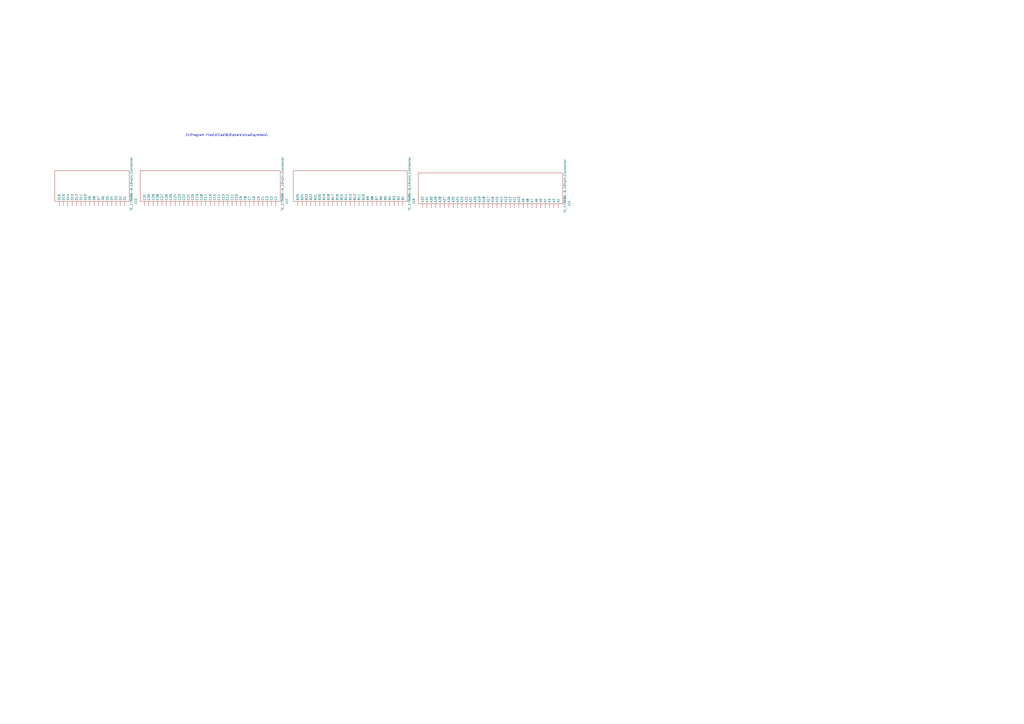
<source format=kicad_sch>
(kicad_sch (version 20231120) (generator "eeschema") (generator_version "8.0")
  (paper "A2")
  (lib_symbols
    (symbol "TE_179686-6_104pin_Connector:TE_179686-6_104pin_Connector" (pin_numbers hide)
      (property "Reference" "J" (at 0 3.81 0))
      (property "Value" "TE_179686-6_104pin_Connector" (at 10.16 1.27 0))
      (symbol "TE_179686-6_104pin_Connector_1_1"
        (rectangle (start 0 0) (end 17.78 -83.82) (stroke (width 0.1524)))
        (pin passive line (at -2.54 -2.54 0) (length 2.54) (name "A1") (number "A1"))
        (pin passive line (at -2.54 -25.4 0) (length 2.54) (name "A10") (number "A10"))
        (pin passive line (at -2.54 -27.94 0) (length 2.54) (name "A11") (number "A11"))
        (pin passive line (at -2.54 -30.48 0) (length 2.54) (name "A12") (number "A12"))
        (pin passive line (at -2.54 -33.02 0) (length 2.54) (name "A13") (number "A13"))
        (pin passive line (at -2.54 -35.56 0) (length 2.54) (name "A14") (number "A14"))
        (pin passive line (at -2.54 -38.1 0) (length 2.54) (name "A15") (number "A15"))
        (pin passive line (at -2.54 -40.64 0) (length 2.54) (name "A16") (number "A16"))
        (pin passive line (at -2.54 -43.18 0) (length 2.54) (name "A17") (number "A17"))
        (pin passive line (at -2.54 -45.72 0) (length 2.54) (name "A18") (number "A18"))
        (pin passive line (at -2.54 -48.26 0) (length 2.54) (name "A19") (number "A19"))
        (pin passive line (at -2.54 -5.08 0) (length 2.54) (name "A2") (number "A2"))
        (pin passive line (at -2.54 -50.8 0) (length 2.54) (name "A20") (number "A20"))
        (pin passive line (at -2.54 -53.34 0) (length 2.54) (name "A21") (number "A21"))
        (pin passive line (at -2.54 -55.88 0) (length 2.54) (name "A22") (number "A22"))
        (pin passive line (at -2.54 -58.42 0) (length 2.54) (name "A23") (number "A23"))
        (pin passive line (at -2.54 -60.96 0) (length 2.54) (name "A24") (number "A24"))
        (pin passive line (at -2.54 -63.5 0) (length 2.54) (name "A25") (number "A25"))
        (pin passive line (at -2.54 -66.04 0) (length 2.54) (name "A26") (number "A26"))
        (pin passive line (at -2.54 -68.58 0) (length 2.54) (name "A27") (number "A27"))
        (pin passive line (at -2.54 -71.12 0) (length 2.54) (name "A28") (number "A28"))
        (pin passive line (at -2.54 -73.66 0) (length 2.54) (name "A29") (number "A29"))
        (pin passive line (at -2.54 -7.62 0) (length 2.54) (name "A3") (number "A3"))
        (pin passive line (at -2.54 -76.2 0) (length 2.54) (name "A30") (number "A30"))
        (pin passive line (at -2.54 -78.74 0) (length 2.54) (name "A31") (number "A31"))
        (pin passive line (at -2.54 -81.28 0) (length 2.54) (name "A32") (number "A32"))
        (pin passive line (at -2.54 -10.16 0) (length 2.54) (name "A4") (number "A4"))
        (pin passive line (at -2.54 -12.7 0) (length 2.54) (name "A5") (number "A5"))
        (pin passive line (at -2.54 -15.24 0) (length 2.54) (name "A6") (number "A6"))
        (pin passive line (at -2.54 -17.78 0) (length 2.54) (name "A7") (number "A7"))
        (pin passive line (at -2.54 -20.32 0) (length 2.54) (name "A8") (number "A8"))
        (pin passive line (at -2.54 -22.86 0) (length 2.54) (name "A9") (number "A9"))
      )
      (symbol "TE_179686-6_104pin_Connector_2_1"
        (rectangle (start 0 0) (end 17.78 -66.04) (stroke (width 0.1524)))
        (pin passive line (at -2.54 -2.54 0) (length 2.54) (name "B1") (number "B1"))
        (pin passive line (at -2.54 -25.4 0) (length 2.54) (name "B10") (number "B10"))
        (pin passive line (at -2.54 -27.94 0) (length 2.54) (name "B11") (number "B11"))
        (pin passive line (at -2.54 -30.48 0) (length 2.54) (name "B12") (number "B12"))
        (pin passive line (at -2.54 -33.02 0) (length 2.54) (name "B13") (number "B13"))
        (pin passive line (at -2.54 -35.56 0) (length 2.54) (name "B14") (number "B14"))
        (pin passive line (at -2.54 -38.1 0) (length 2.54) (name "B15") (number "B15"))
        (pin passive line (at -2.54 -40.64 0) (length 2.54) (name "B16") (number "B16"))
        (pin passive line (at -2.54 -43.18 0) (length 2.54) (name "B17") (number "B17"))
        (pin passive line (at -2.54 -45.72 0) (length 2.54) (name "B18") (number "B18"))
        (pin passive line (at -2.54 -48.26 0) (length 2.54) (name "B19") (number "B19"))
        (pin passive line (at -2.54 -5.08 0) (length 2.54) (name "B2") (number "B2"))
        (pin passive line (at -2.54 -50.8 0) (length 2.54) (name "B20") (number "B20"))
        (pin passive line (at -2.54 -53.34 0) (length 2.54) (name "B21") (number "B21"))
        (pin passive line (at -2.54 -55.88 0) (length 2.54) (name "B22") (number "B22"))
        (pin passive line (at -2.54 -58.42 0) (length 2.54) (name "B23") (number "B23"))
        (pin passive line (at -2.54 -60.96 0) (length 2.54) (name "B24") (number "B24"))
        (pin passive line (at -2.54 -63.5 0) (length 2.54) (name "B25") (number "B25"))
        (pin passive line (at -2.54 -7.62 0) (length 2.54) (name "B3") (number "B3"))
        (pin passive line (at -2.54 -10.16 0) (length 2.54) (name "B4") (number "B4"))
        (pin passive line (at -2.54 -12.7 0) (length 2.54) (name "B5") (number "B5"))
        (pin passive line (at -2.54 -15.24 0) (length 2.54) (name "B6") (number "B6"))
        (pin passive line (at -2.54 -17.78 0) (length 2.54) (name "B7") (number "B7"))
        (pin passive line (at -2.54 -20.32 0) (length 2.54) (name "B8") (number "B8"))
        (pin passive line (at -2.54 -22.86 0) (length 2.54) (name "B9") (number "B9"))
      )
      (symbol "TE_179686-6_104pin_Connector_3_1"
        (rectangle (start 0 0) (end 17.78 -81.28) (stroke (width 0.1524)))
        (pin passive line (at -2.54 -2.54 0) (length 2.54) (name "C1") (number "C1"))
        (pin passive line (at -2.54 -25.4 0) (length 2.54) (name "C10") (number "C10"))
        (pin passive line (at -2.54 -27.94 0) (length 2.54) (name "C11") (number "C11"))
        (pin passive line (at -2.54 -30.48 0) (length 2.54) (name "C12") (number "C12"))
        (pin passive line (at -2.54 -33.02 0) (length 2.54) (name "C13") (number "C13"))
        (pin passive line (at -2.54 -35.56 0) (length 2.54) (name "C14") (number "C14"))
        (pin passive line (at -2.54 -38.1 0) (length 2.54) (name "C15") (number "C15"))
        (pin passive line (at -2.54 -40.64 0) (length 2.54) (name "C16") (number "C16"))
        (pin passive line (at -2.54 -43.18 0) (length 2.54) (name "C17") (number "C17"))
        (pin passive line (at -2.54 -45.72 0) (length 2.54) (name "C18") (number "C18"))
        (pin passive line (at -2.54 -48.26 0) (length 2.54) (name "C19") (number "C19"))
        (pin passive line (at -2.54 -5.08 0) (length 2.54) (name "C2") (number "C2"))
        (pin passive line (at -2.54 -50.8 0) (length 2.54) (name "C20") (number "C20"))
        (pin passive line (at -2.54 -53.34 0) (length 2.54) (name "C21") (number "C21"))
        (pin passive line (at -2.54 -55.88 0) (length 2.54) (name "C22") (number "C22"))
        (pin passive line (at -2.54 -58.42 0) (length 2.54) (name "C23") (number "C23"))
        (pin passive line (at -2.54 -60.96 0) (length 2.54) (name "C24") (number "C24"))
        (pin passive line (at -2.54 -63.5 0) (length 2.54) (name "C25") (number "C25"))
        (pin passive line (at -2.54 -66.04 0) (length 2.54) (name "C26") (number "C26"))
        (pin passive line (at -2.54 -68.58 0) (length 2.54) (name "C27") (number "C27"))
        (pin passive line (at -2.54 -71.12 0) (length 2.54) (name "C28") (number "C28"))
        (pin passive line (at -2.54 -73.66 0) (length 2.54) (name "C29") (number "C29"))
        (pin passive line (at -2.54 -7.62 0) (length 2.54) (name "C3") (number "C3"))
        (pin passive line (at -2.54 -76.2 0) (length 2.54) (name "C30") (number "C30"))
        (pin passive line (at -2.54 -78.74 0) (length 2.54) (name "C31") (number "C31"))
        (pin passive line (at -2.54 -10.16 0) (length 2.54) (name "C4") (number "C4"))
        (pin passive line (at -2.54 -12.7 0) (length 2.54) (name "C5") (number "C5"))
        (pin passive line (at -2.54 -15.24 0) (length 2.54) (name "C6") (number "C6"))
        (pin passive line (at -2.54 -17.78 0) (length 2.54) (name "C7") (number "C7"))
        (pin passive line (at -2.54 -20.32 0) (length 2.54) (name "C8") (number "C8"))
        (pin passive line (at -2.54 -22.86 0) (length 2.54) (name "C9") (number "C9"))
      )
      (symbol "TE_179686-6_104pin_Connector_4_1"
        (rectangle (start 0 0) (end 17.78 -43.18) (stroke (width 0.1524)))
        (pin passive line (at -2.54 -2.54 0) (length 2.54) (name "D1") (number "D1"))
        (pin passive line (at -2.54 -25.4 0) (length 2.54) (name "D10") (number "D10"))
        (pin passive line (at -2.54 -27.94 0) (length 2.54) (name "D11") (number "D11"))
        (pin passive line (at -2.54 -30.48 0) (length 2.54) (name "D12") (number "D12"))
        (pin passive line (at -2.54 -33.02 0) (length 2.54) (name "D13") (number "D13"))
        (pin passive line (at -2.54 -35.56 0) (length 2.54) (name "D14") (number "D14"))
        (pin passive line (at -2.54 -38.1 0) (length 2.54) (name "D15") (number "D15"))
        (pin passive line (at -2.54 -40.64 0) (length 2.54) (name "D16") (number "D16"))
        (pin passive line (at -2.54 -5.08 0) (length 2.54) (name "D2") (number "D2"))
        (pin passive line (at -2.54 -7.62 0) (length 2.54) (name "D3") (number "D3"))
        (pin passive line (at -2.54 -10.16 0) (length 2.54) (name "D4") (number "D4"))
        (pin passive line (at -2.54 -12.7 0) (length 2.54) (name "D5") (number "D5"))
        (pin passive line (at -2.54 -15.24 0) (length 2.54) (name "D6") (number "D6"))
        (pin passive line (at -2.54 -17.78 0) (length 2.54) (name "D7") (number "D7"))
        (pin passive line (at -2.54 -20.32 0) (length 2.54) (name "D8") (number "D8"))
        (pin passive line (at -2.54 -22.86 0) (length 2.54) (name "D9") (number "D9"))
      )
    )
  )
  (text "C:\\Program Files\\KiCad\\8.0\\share\\kicad\\symbols\\\n" (at 131.572 78.486 0) (effects (font (size 1.27 1.27))))
  (symbol (lib_id "TE_179686-6_104pin_Connector:TE_179686-6_104pin_Connector") (at 326.39 118.11 270) (mirror x) (unit 1)
    (property "Reference" "J1" (at 330.2 118.11 0))
    (property "Value" "TE_179686-6_104pin_Connector" (at 327.66 107.95 0))
    (property "Footprint" "kicad6-libraries:TE_179686-6_104pin_Connector" (effects (hide yes)))
  )
  (symbol (lib_id "TE_179686-6_104pin_Connector:TE_179686-6_104pin_Connector") (at 74.93 116.84 270) (mirror x) (unit 4)
    (property "Reference" "J1" (at 78.74 116.84 0))
    (property "Value" "TE_179686-6_104pin_Connector" (at 76.2 106.68 0))
    (property "Footprint" "kicad6-libraries:TE_179686-6_104pin_Connector" (effects (hide yes)))
  )
  (symbol (lib_id "TE_179686-6_104pin_Connector:TE_179686-6_104pin_Connector") (at 162.56 116.84 270) (mirror x) (unit 3)
    (property "Reference" "J1" (at 166.37 116.84 0))
    (property "Value" "TE_179686-6_104pin_Connector" (at 163.83 106.68 0))
    (property "Footprint" "kicad6-libraries:TE_179686-6_104pin_Connector" (effects (hide yes)))
  )
  (symbol (lib_id "TE_179686-6_104pin_Connector:TE_179686-6_104pin_Connector") (at 236.22 116.84 270) (mirror x) (unit 2)
    (property "Reference" "J1" (at 240.03 116.84 0))
    (property "Value" "TE_179686-6_104pin_Connector" (at 237.49 106.68 0))
    (property "Footprint" "kicad6-libraries:TE_179686-6_104pin_Connector" (effects (hide yes)))
  )
)
</source>
